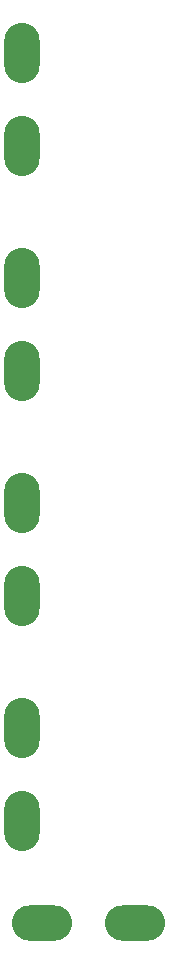
<source format=gbr>
%TF.GenerationSoftware,KiCad,Pcbnew,7.0.7*%
%TF.CreationDate,2024-04-07T16:08:04-05:00*%
%TF.ProjectId,Science_Actuation,53636965-6e63-4655-9f41-637475617469,rev?*%
%TF.SameCoordinates,Original*%
%TF.FileFunction,Paste,Bot*%
%TF.FilePolarity,Positive*%
%FSLAX46Y46*%
G04 Gerber Fmt 4.6, Leading zero omitted, Abs format (unit mm)*
G04 Created by KiCad (PCBNEW 7.0.7) date 2024-04-07 16:08:04*
%MOMM*%
%LPD*%
G01*
G04 APERTURE LIST*
%ADD10O,3.000000X5.100000*%
%ADD11O,5.100000X3.000000*%
G04 APERTURE END LIST*
D10*
%TO.C,Conn5*%
X64197200Y-95250000D03*
X64197200Y-87376000D03*
%TD*%
%TO.C,Conn4*%
X64197200Y-114300000D03*
X64197200Y-106426000D03*
%TD*%
D11*
%TO.C,Conn1*%
X73787000Y-161100800D03*
X65913000Y-161100800D03*
%TD*%
D10*
%TO.C,Conn2*%
X64197200Y-152400000D03*
X64197200Y-144526000D03*
%TD*%
%TO.C,Conn3*%
X64197200Y-133350000D03*
X64197200Y-125476000D03*
%TD*%
M02*

</source>
